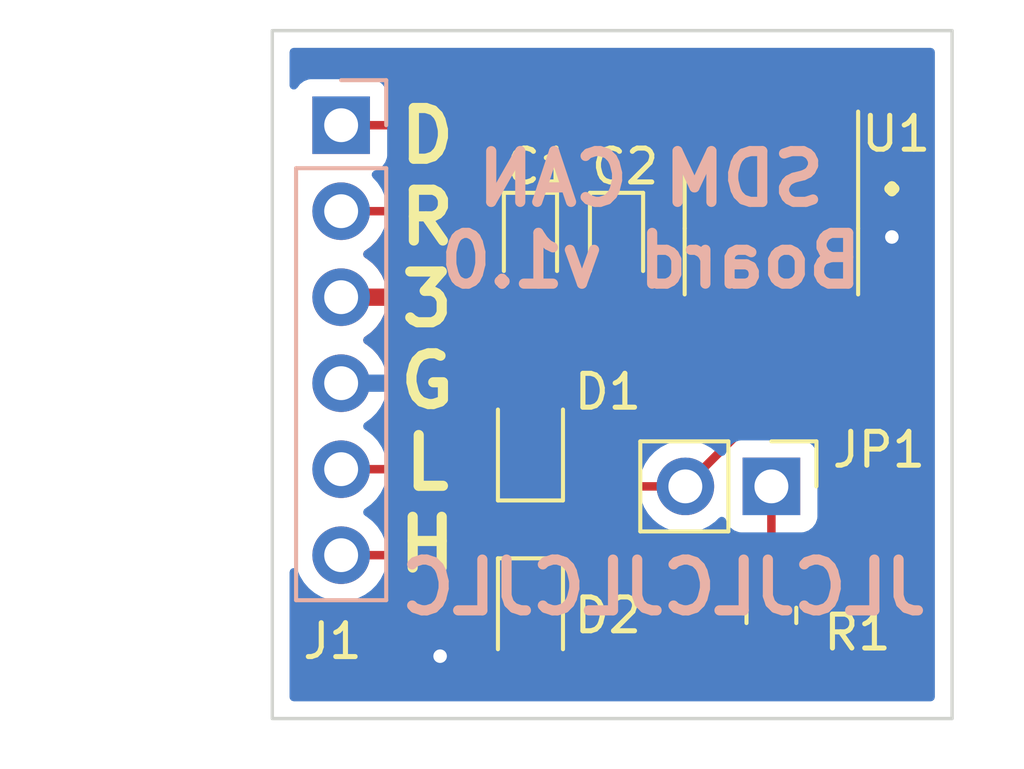
<source format=kicad_pcb>
(kicad_pcb (version 20211014) (generator pcbnew)
  (title_block (title "SDM Can Board") (date "2022-06-25") (rev "v1.0") (company "Sun Devil Motorsports Data Acquisition"))
  (layers (0 "F.Cu" signal) (31 "B.Cu" signal) (34 "B.Paste" user) (35 "F.Paste" user) (36 "B.SilkS" user "B.Silkscreen") (37 "F.SilkS" user "F.Silkscreen") (38 "B.Mask" user) (39 "F.Mask" user) (44 "Edge.Cuts" user))
  (net 0 "")
  (net 1 "+3V3")
  (net 2 "GND")
  (net 3 "/CTX")
  (net 4 "/CRX")
  (net 5 "/CANH")
  (net 6 "/CANL")
  (net 7 "Net-(JP1-Pad1)")
  (footprint "Diode_SMD:D_0805_2012Metric" (layer "F.Cu") (at 143.891 130.367 -90)
    (fp_text reference "D2" (at 0 -2.286 180) (layer "F.SilkS"))
    (fp_text value "D_TVS")
    (fp_line (start 1 -0.96) (end -1.685 -0.96) (layer "F.SilkS") (width 0.12))
    (fp_line (start -1.685 0.96) (end 1 0.96) (layer "F.SilkS") (width 0.12))
    (fp_line (start -1.685 -0.96) (end -1.685 0.96) (layer "F.SilkS") (width 0.12))
    (pad "1" smd roundrect (at -0.9375 0 270) (size 0.975 1.4) (layers "F.Cu" "F.Paste" "F.Mask") (net 5 "/CANH"))
    (pad "2" smd roundrect (at 0.9375 0 270) (size 0.975 1.4) (layers "F.Cu" "F.Paste" "F.Mask") (net 2 "GND"))
  )
  (footprint "Connector_PinHeader_2.54mm:PinHeader_1x02_P2.54mm_Vertical" (layer "F.Cu") (at 151.003 126.557 -90)
    (fp_text reference "JP1" (at -1.081 -3.175) (layer "F.SilkS"))
    (fp_text value "Bus_Termination")
    (fp_line (start -1.33 3.87) (end 1.33 3.87) (layer "F.SilkS") (width 0.12))
    (fp_line (start -1.33 1.27) (end 1.33 1.27) (layer "F.SilkS") (width 0.12))
    (fp_line (start -1.33 0) (end -1.33 -1.33) (layer "F.SilkS") (width 0.12))
    (fp_line (start -1.33 1.27) (end -1.33 3.87) (layer "F.SilkS") (width 0.12))
    (fp_line (start -1.33 -1.33) (end 0 -1.33) (layer "F.SilkS") (width 0.12))
    (fp_line (start 1.33 1.27) (end 1.33 3.87) (layer "F.SilkS") (width 0.12))
    (pad "1" thru_hole rect (at 0 0 270) (size 1.7 1.7) (drill 1) (layers *.Cu *.Mask) (net 7 "Net-(JP1-Pad1)"))
    (pad "2" thru_hole oval (at 0 2.54 270) (size 1.7 1.7) (drill 1) (layers *.Cu *.Mask) (net 6 "/CANL"))
  )
  (footprint "Capacitor_Tantalum_SMD:CP_EIA-1608-08_AVX-J" (layer "F.Cu") (at 146.431 119.3955 -90)
    (fp_text reference "C2" (at -2.286 -0.254 180) (layer "F.SilkS"))
    (fp_text value "100nF")
    (fp_line (start -1.51 -0.785) (end -1.51 0.785) (layer "F.SilkS") (width 0.12))
    (fp_line (start -1.51 0.785) (end 0.8 0.785) (layer "F.SilkS") (width 0.12))
    (fp_line (start 0.8 -0.785) (end -1.51 -0.785) (layer "F.SilkS") (width 0.12))
    (pad "1" smd roundrect (at -0.7125 0 270) (size 1.075 1.05) (layers "F.Cu" "F.Paste" "F.Mask") (roundrect_rratio 0.238095) (net 1 "+3V3"))
    (pad "2" smd roundrect (at 0.7125 0 270) (size 1.075 1.05) (layers "F.Cu" "F.Paste" "F.Mask") (roundrect_rratio 0.238095) (net 2 "GND"))
  )
  (footprint "Resistor_SMD:R_0805_2012Metric" (layer "F.Cu") (at 151.003 130.367 90)
    (fp_text reference "R1" (at -0.508 2.54 180) (layer "F.SilkS"))
    (fp_text value "120")
    (fp_line (start -0.227064 -0.735) (end 0.227064 -0.735) (layer "F.SilkS") (width 0.12))
    (fp_line (start -0.227064 0.735) (end 0.227064 0.735) (layer "F.SilkS") (width 0.12))
    (pad "1" smd roundrect (at -0.9125 0 90) (size 1.025 1.4) (layers "F.Cu" "F.Paste" "F.Mask") (roundrect_rratio 0.243902) (net 5 "/CANH"))
    (pad "2" smd roundrect (at 0.9125 0 90) (size 1.025 1.4) (layers "F.Cu" "F.Paste" "F.Mask") (roundrect_rratio 0.243902) (net 7 "Net-(JP1-Pad1)"))
  )
  (footprint "Capacitor_Tantalum_SMD:CP_EIA-1608-08_AVX-J" (layer "F.Cu") (at 143.891 119.3955 -90)
    (fp_text reference "C1" (at -2.286 -0.254 180) (layer "F.SilkS"))
    (fp_text value "100nF")
    (fp_line (start -1.51 0.785) (end 0.8 0.785) (layer "F.SilkS") (width 0.12))
    (fp_line (start 0.8 -0.785) (end -1.51 -0.785) (layer "F.SilkS") (width 0.12))
    (fp_line (start -1.51 -0.785) (end -1.51 0.785) (layer "F.SilkS") (width 0.12))
    (pad "1" smd roundrect (at -0.7125 0 270) (size 1.075 1.05) (layers "F.Cu" "F.Paste" "F.Mask") (roundrect_rratio 0.238095) (net 1 "+3V3"))
    (pad "2" smd roundrect (at 0.7125 0 270) (size 1.075 1.05) (layers "F.Cu" "F.Paste" "F.Mask") (roundrect_rratio 0.238095) (net 2 "GND"))
  )
  (footprint "Diode_SMD:D_0805_2012Metric" (layer "F.Cu") (at 143.891 125.287 90)
    (fp_text reference "D1" (at 1.524 2.286 180) (layer "F.SilkS"))
    (fp_text value "D_TVS")
    (fp_line (start 1 -0.96) (end -1.685 -0.96) (layer "F.SilkS") (width 0.12))
    (fp_line (start -1.685 0.96) (end 1 0.96) (layer "F.SilkS") (width 0.12))
    (fp_line (start -1.685 -0.96) (end -1.685 0.96) (layer "F.SilkS") (width 0.12))
    (pad "1" smd roundrect (at -0.9375 0 90) (size 0.975 1.4) (layers "F.Cu" "F.Paste" "F.Mask") (net 6 "/CANL"))
    (pad "2" smd roundrect (at 0.9375 0 90) (size 0.975 1.4) (layers "F.Cu" "F.Paste" "F.Mask") (net 2 "GND"))
  )
  (footprint "Package_SO:SOIC-8_3.9x4.9mm_P1.27mm" (layer "F.Cu") (at 151.003 118.937 -90)
    (fp_text reference "U1" (at -2.794 -3.683) (layer "F.SilkS"))
    (fp_text value "SN65HVD230")
    (fp_line (start 0 2.56) (end 1.95 2.56) (layer "F.SilkS") (width 0.12))
    (fp_line (start 0 2.56) (end -1.95 2.56) (layer "F.SilkS") (width 0.12))
    (fp_line (start 0 -2.56) (end -3.45 -2.56) (layer "F.SilkS") (width 0.12))
    (fp_line (start 0 -2.56) (end 1.95 -2.56) (layer "F.SilkS") (width 0.12))
    (pad "1" smd roundrect (at -2.475 -1.905 270) (size 1.95 0.6) (layers "F.Cu" "F.Paste" "F.Mask") (net 3 "/CTX"))
    (pad "2" smd roundrect (at -2.475 -0.635 270) (size 1.95 0.6) (layers "F.Cu" "F.Paste" "F.Mask") (net 2 "GND"))
    (pad "3" smd roundrect (at -2.475 0.635 270) (size 1.95 0.6) (layers "F.Cu" "F.Paste" "F.Mask") (net 1 "+3V3"))
    (pad "4" smd roundrect (at -2.475 1.905 270) (size 1.95 0.6) (layers "F.Cu" "F.Paste" "F.Mask") (net 4 "/CRX"))
    (pad "5" smd roundrect (at 2.475 1.905 270) (size 1.95 0.6) (layers "F.Cu" "F.Paste" "F.Mask"))
    (pad "6" smd roundrect (at 2.475 0.635 270) (size 1.95 0.6) (layers "F.Cu" "F.Paste" "F.Mask") (net 6 "/CANL"))
    (pad "7" smd roundrect (at 2.475 -0.635 270) (size 1.95 0.6) (layers "F.Cu" "F.Paste" "F.Mask") (net 5 "/CANH"))
    (pad "8" smd roundrect (at 2.475 -1.905 270) (size 1.95 0.6) (layers "F.Cu" "F.Paste" "F.Mask") (net 2 "GND"))
  )
  (footprint "Connector_PinHeader_2.54mm:PinHeader_1x06_P2.54mm_Vertical" (layer "B.Cu") (at 138.303 115.889 180)
    (fp_text reference "J1" (at 0.254 -15.24) (layer "F.SilkS"))
    (fp_text value "Conn_01x06_Male")
    (fp_line (start -1.33 -14.03) (end 1.33 -14.03) (layer "B.SilkS") (width 0.12))
    (fp_line (start -1.33 -1.27) (end 1.33 -1.27) (layer "B.SilkS") (width 0.12))
    (fp_line (start -1.33 1.33) (end 0 1.33) (layer "B.SilkS") (width 0.12))
    (fp_line (start -1.33 0) (end -1.33 1.33) (layer "B.SilkS") (width 0.12))
    (fp_line (start -1.33 -1.27) (end -1.33 -14.03) (layer "B.SilkS") (width 0.12))
    (fp_line (start 1.33 -1.27) (end 1.33 -14.03) (layer "B.SilkS") (width 0.12))
    (pad "1" thru_hole rect (at 0 0 180) (size 1.7 1.7) (drill 1) (layers *.Cu *.Mask) (net 3 "/CTX"))
    (pad "2" thru_hole oval (at 0 -2.54 180) (size 1.7 1.7) (drill 1) (layers *.Cu *.Mask) (net 4 "/CRX"))
    (pad "3" thru_hole oval (at 0 -5.08 180) (size 1.7 1.7) (drill 1) (layers *.Cu *.Mask) (net 1 "+3V3"))
    (pad "4" thru_hole oval (at 0 -7.62 180) (size 1.7 1.7) (drill 1) (layers *.Cu *.Mask) (net 2 "GND"))
    (pad "5" thru_hole oval (at 0 -10.16 180) (size 1.7 1.7) (drill 1) (layers *.Cu *.Mask) (net 6 "/CANL"))
    (pad "6" thru_hole oval (at 0 -12.7 180) (size 1.7 1.7) (drill 1) (layers *.Cu *.Mask) (net 5 "/CANH"))
  )
  (gr_rect (start 136.271 113.095) (end 156.337 133.415) (layer "Edge.Cuts") (width 0.1) (fill none))
  (gr_text "JLCJLCJLCJLC" (at 147.828 129.54) (layer "B.SilkS") (effects (font (size 1.5 1.5) (thickness 0.3)) (justify mirror)))
  (gr_text "SDM CAN\nBoard v1.0" (at 147.447 118.683) (layer "B.SilkS") (effects (font (size 1.5 1.5) (thickness 0.3)) (justify mirror)))
  (gr_text "." (at 154.559 117.159) (layer "F.SilkS") (effects (font (size 1.5 1.5) (thickness 0.3))))
  (gr_text "D\nR\n3\nG\nL\nH" (at 140.843 122.239) (layer "F.SilkS") (effects (font (size 1.5 1.5) (thickness 0.3))))
  (segment (start 140.905 123.509) (end 141.543 123.509) (width 0.3) (layer "F.Cu") (net 2))
  (segment (start 141.224 131.572) (end 143.6235 131.572) (width 0.3) (layer "F.Cu") (net 2))
  (segment (start 143.891 120.108) (end 146.431 120.108) (width 0.3) (layer "F.Cu") (net 2))
  (segment (start 146.431 120.108) (end 148.116 120.108) (width 0.3) (layer "F.Cu") (net 2))
  (segment (start 153.67 119.126) (end 154.494 119.126) (width 0.3) (layer "F.Cu") (net 2))
  (segment (start 152.908 121.412) (end 152.908 119.888) (width 0.3) (layer "F.Cu") (net 2))
  (segment (start 143.891 120.523) (end 143.891 120.108) (width 0.3) (layer "F.Cu") (net 2))
  (segment (start 152.4 119.126) (end 153.67 119.126) (width 0.3) (layer "F.Cu") (net 2))
  (segment (start 141.543 123.509) (end 143.0505 123.509) (width 0.3) (layer "F.Cu") (net 2))
  (segment (start 138.303 123.509) (end 140.905 123.509) (width 0.3) (layer "F.Cu") (net 2))
  (segment (start 140.905 123.509) (end 143.891 120.523) (width 0.3) (layer "F.Cu") (net 2))
  (segment (start 143.0505 123.509) (end 143.891 124.3495) (width 0.3) (layer "F.Cu") (net 2))
  (segment (start 151.638 118.364) (end 152.4 119.126) (width 0.3) (layer "F.Cu") (net 2))
  (segment (start 149.098 119.126) (end 152.4 119.126) (width 0.3) (layer "F.Cu") (net 2))
  (segment (start 154.494 119.126) (end 154.559 119.191) (width 0.3) (layer "F.Cu") (net 2))
  (segment (start 152.908 119.888) (end 153.67 119.126) (width 0.3) (layer "F.Cu") (net 2))
  (segment (start 143.6235 131.572) (end 143.891 131.3045) (width 0.3) (layer "F.Cu") (net 2))
  (segment (start 148.116 120.108) (end 149.098 119.126) (width 0.3) (layer "F.Cu") (net 2))
  (segment (start 151.638 116.462) (end 151.638 118.364) (width 0.3) (layer "F.Cu") (net 2))
  (via (at 154.559 119.191) (size 0.8) (drill 0.4) (layers "F.Cu" "B.Cu") (net 2))
  (via (at 141.224 131.572) (size 0.8) (drill 0.4) (layers "F.Cu" "B.Cu") (net 2))
  (segment (start 152.146 114.3) (end 152.908 115.062) (width 0.25) (layer "F.Cu") (net 3))
  (segment (start 141.732 114.3) (end 152.146 114.3) (width 0.25) (layer "F.Cu") (net 3))
  (segment (start 140.143 115.889) (end 141.732 114.3) (width 0.25) (layer "F.Cu") (net 3))
  (segment (start 152.908 115.062) (end 152.908 116.462) (width 0.25) (layer "F.Cu") (net 3))
  (segment (start 138.303 115.889) (end 140.143 115.889) (width 0.25) (layer "F.Cu") (net 3))
  (segment (start 138.303 118.429) (end 140.081 118.429) (width 0.25) (layer "F.Cu") (net 4))
  (segment (start 142.048 116.462) (end 149.098 116.462) (width 0.25) (layer "F.Cu") (net 4))
  (segment (start 140.081 118.429) (end 142.048 116.462) (width 0.25) (layer "F.Cu") (net 4))
  (segment (start 147.32 131.318) (end 150.9645 131.318) (width 0.25) (layer "F.Cu") (net 5))
  (segment (start 150.9645 131.318) (end 151.003 131.2795) (width 0.25) (layer "F.Cu") (net 5))
  (segment (start 143.891 129.4295) (end 142.1295 129.4295) (width 0.25) (layer "F.Cu") (net 5))
  (segment (start 141.289 128.589) (end 138.303 128.589) (width 0.25) (layer "F.Cu") (net 5))
  (segment (start 151.003 131.2795) (end 151.0415 131.318) (width 0.25) (layer "F.Cu") (net 5))
  (segment (start 153.924 125.668) (end 151.638 123.382) (width 0.25) (layer "F.Cu") (net 5))
  (segment (start 151.0415 131.318) (end 152.4 131.318) (width 0.25) (layer "F.Cu") (net 5))
  (segment (start 145.4315 129.4295) (end 147.32 131.318) (width 0.25) (layer "F.Cu") (net 5))
  (segment (start 152.4 131.318) (end 153.924 129.794) (width 0.25) (layer "F.Cu") (net 5))
  (segment (start 151.638 123.382) (end 151.638 121.412) (width 0.25) (layer "F.Cu") (net 5))
  (segment (start 143.891 129.4295) (end 145.4315 129.4295) (width 0.25) (layer "F.Cu") (net 5))
  (segment (start 153.924 129.794) (end 153.924 125.668) (width 0.25) (layer "F.Cu") (net 5))
  (segment (start 142.1295 129.4295) (end 141.289 128.589) (width 0.25) (layer "F.Cu") (net 5))
  (segment (start 138.303 126.049) (end 143.7155 126.049) (width 0.25) (layer "F.Cu") (net 6))
  (segment (start 150.368 124.652) (end 150.368 121.412) (width 0.25) (layer "F.Cu") (net 6))
  (segment (start 143.7155 126.049) (end 143.891 126.2245) (width 0.25) (layer "F.Cu") (net 6))
  (segment (start 148.463 126.557) (end 150.368 124.652) (width 0.25) (layer "F.Cu") (net 6))
  (segment (start 146.177 126.557) (end 148.463 126.557) (width 0.25) (layer "F.Cu") (net 6))
  (segment (start 143.891 126.2245) (end 144.2235 126.557) (width 0.25) (layer "F.Cu") (net 6))
  (segment (start 144.2235 126.557) (end 146.177 126.557) (width 0.25) (layer "F.Cu") (net 6))
  (segment (start 151.003 129.4545) (end 151.003 126.557) (width 0.25) (layer "F.Cu") (net 7))
  (zone (net 1) (net_name "+3V3") (layer "F.Cu") (name "GND") (connect_pads (clearance 0.508)) (min_thickness 0.254) (fill yes (thermal_gap 0.508) (thermal_bridge_width 0.508))
    (polygon (pts (xy 158.259481 134.542127) (xy 134.021129 134.923575) (xy 134.239141 112.318303) (xy 158.477493 112.190855)))
  )
  (zone (net 2) (net_name "GND") (layer "B.Cu") (name "GND") (connect_pads (clearance 0.508)) (min_thickness 0.254) (fill yes (thermal_gap 0.508) (thermal_bridge_width 0.508))
    (polygon (pts (xy 156.591 133.923) (xy 135.763 133.923) (xy 135.255 112.587) (xy 157.099 112.587)))
  )
)
</source>
